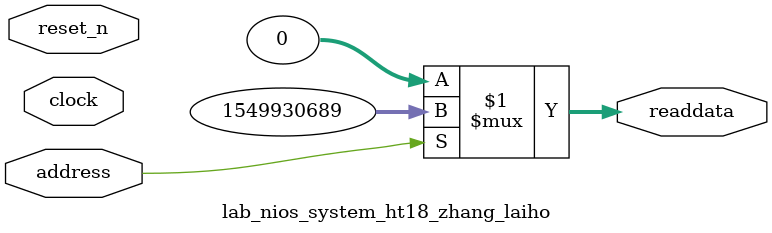
<source format=v>

`timescale 1ns / 1ps
// synthesis translate_on

// turn off superfluous verilog processor warnings 
// altera message_level Level1 
// altera message_off 10034 10035 10036 10037 10230 10240 10030 

module lab_nios_system_ht18_zhang_laiho (
               // inputs:
                address,
                clock,
                reset_n,

               // outputs:
                readdata
             )
;

  output  [ 31: 0] readdata;
  input            address;
  input            clock;
  input            reset_n;

  wire    [ 31: 0] readdata;
  //control_slave, which is an e_avalon_slave
  assign readdata = address ? 1549930689 : 0;

endmodule




</source>
